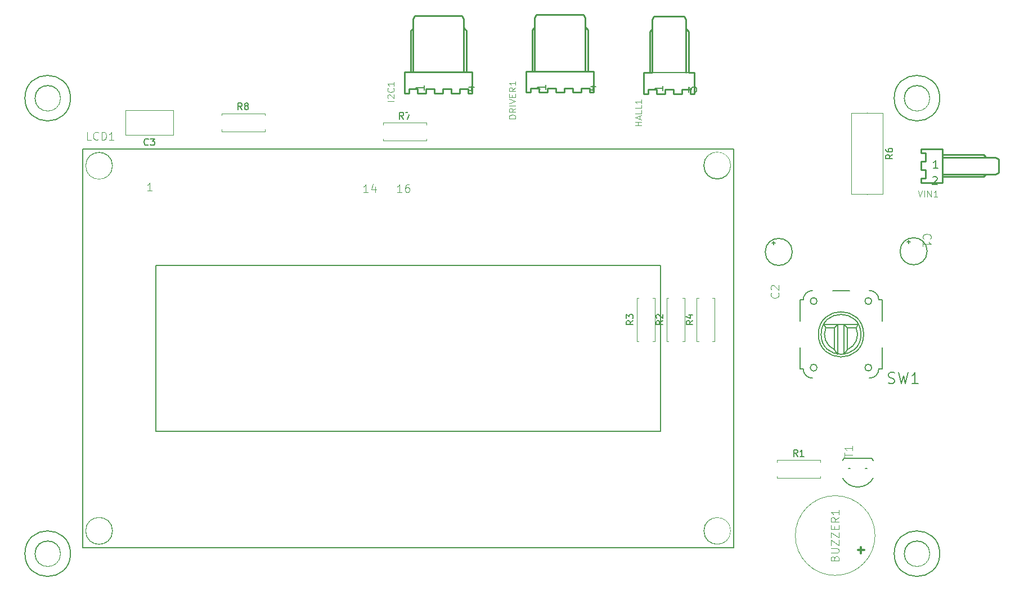
<source format=gto>
G04 #@! TF.GenerationSoftware,KiCad,Pcbnew,5.1.5-52549c5~84~ubuntu18.04.1*
G04 #@! TF.CreationDate,2020-03-20T23:57:41+01:00*
G04 #@! TF.ProjectId,REES,52454553-2e6b-4696-9361-645f70636258,rev?*
G04 #@! TF.SameCoordinates,Original*
G04 #@! TF.FileFunction,Legend,Top*
G04 #@! TF.FilePolarity,Positive*
%FSLAX46Y46*%
G04 Gerber Fmt 4.6, Leading zero omitted, Abs format (unit mm)*
G04 Created by KiCad (PCBNEW 5.1.5-52549c5~84~ubuntu18.04.1) date 2020-03-20 23:57:41*
%MOMM*%
%LPD*%
G04 APERTURE LIST*
%ADD10C,0.304800*%
%ADD11C,0.127000*%
%ADD12C,0.152400*%
%ADD13C,0.254000*%
%ADD14C,0.100000*%
%ADD15C,0.203200*%
%ADD16C,0.120000*%
%ADD17C,0.120650*%
%ADD18C,0.096520*%
%ADD19C,0.177800*%
%ADD20C,0.168910*%
%ADD21C,0.101600*%
%ADD22C,0.150000*%
%ADD23C,2.769000*%
%ADD24C,1.767000*%
%ADD25R,1.767000X1.767000*%
%ADD26O,1.414800X2.727600*%
%ADD27C,1.270400*%
%ADD28O,1.618000X3.134000*%
%ADD29O,3.134000X1.618000*%
%ADD30R,2.502000X2.502000*%
%ADD31C,1.602000*%
%ADD32C,1.211600*%
%ADD33C,1.402000*%
%ADD34C,3.404000*%
%ADD35O,1.719600X3.337200*%
%ADD36C,3.912000*%
%ADD37O,1.880000X3.658000*%
%ADD38C,3.702000*%
%ADD39C,2.502000*%
%ADD40O,2.502000X2.502000*%
%ADD41C,1.702000*%
%ADD42O,1.702000X1.702000*%
G04 APERTURE END LIST*
D10*
X205016190Y-139390714D02*
X205983809Y-139390714D01*
X205500000Y-139874523D02*
X205500000Y-138906904D01*
D11*
X202591400Y-126116800D02*
G75*
G02X202921100Y-125577600I2424208J-1111909D01*
G01*
X203612100Y-127101600D02*
X203880100Y-127101600D01*
X206152100Y-127101600D02*
X206420100Y-127101600D01*
X207111100Y-125577600D02*
G75*
G02X207429600Y-126092700I-2094505J-1651106D01*
G01*
X202603101Y-128364502D02*
G75*
G03X207429100Y-128364500I2412999J1135910D01*
G01*
X207111100Y-125577600D02*
X202921100Y-125577600D01*
D12*
X195143000Y-94500000D02*
G75*
G03X195143000Y-94500000I-2032000J0D01*
G01*
X192349000Y-93357000D02*
X192349000Y-92849000D01*
X192095000Y-93103000D02*
X192603000Y-93103000D01*
X215432000Y-94400000D02*
G75*
G03X215432000Y-94400000I-2032000J0D01*
G01*
X212638000Y-93257000D02*
X212638000Y-92749000D01*
X212384000Y-93003000D02*
X212892000Y-93003000D01*
D13*
X136820000Y-67420000D02*
X136820000Y-70595000D01*
X136820000Y-70595000D02*
X137455000Y-70595000D01*
X137455000Y-70595000D02*
X137455000Y-69960000D01*
X137455000Y-69960000D02*
X138725000Y-69960000D01*
X138725000Y-69960000D02*
X138725000Y-70595000D01*
X138725000Y-70595000D02*
X139995000Y-70595000D01*
X139995000Y-70595000D02*
X139995000Y-69960000D01*
X139995000Y-69960000D02*
X141265000Y-69960000D01*
X141265000Y-69960000D02*
X141265000Y-70595000D01*
X141265000Y-70595000D02*
X142535000Y-70595000D01*
X142535000Y-70595000D02*
X142535000Y-69960000D01*
X142535000Y-69960000D02*
X143805000Y-69960000D01*
X143805000Y-69960000D02*
X143805000Y-70595000D01*
X143805000Y-70595000D02*
X145075000Y-70595000D01*
X145075000Y-70595000D02*
X145075000Y-69960000D01*
X145075000Y-69960000D02*
X146345000Y-69960000D01*
X146345000Y-69960000D02*
X146345000Y-70595000D01*
X146345000Y-70595000D02*
X146980000Y-70595000D01*
X146980000Y-70595000D02*
X146980000Y-67420000D01*
X146980000Y-67420000D02*
X146091000Y-67420000D01*
X146091000Y-67420000D02*
X138090000Y-67420000D01*
X138090000Y-67420000D02*
X136820000Y-67420000D01*
X138090000Y-67420000D02*
X138090000Y-59419000D01*
X138090000Y-59419000D02*
X138344000Y-58911000D01*
X138344000Y-58911000D02*
X141950800Y-58911000D01*
X145710000Y-67420000D02*
X145710000Y-59419000D01*
X145710000Y-59419000D02*
X145456000Y-58911000D01*
X145456000Y-58911000D02*
X141849200Y-58911000D01*
X146091000Y-67420000D02*
X146091000Y-61197000D01*
X146091000Y-61197000D02*
X145760800Y-60841400D01*
X137709000Y-67420000D02*
X137709000Y-61197000D01*
X137709000Y-61197000D02*
X138039200Y-60841400D01*
X156009000Y-61097000D02*
X156339200Y-60741400D01*
X156009000Y-67320000D02*
X156009000Y-61097000D01*
X164391000Y-61097000D02*
X164060800Y-60741400D01*
X164391000Y-67320000D02*
X164391000Y-61097000D01*
X163756000Y-58811000D02*
X160149200Y-58811000D01*
X164010000Y-59319000D02*
X163756000Y-58811000D01*
X164010000Y-67320000D02*
X164010000Y-59319000D01*
X156644000Y-58811000D02*
X160250800Y-58811000D01*
X156390000Y-59319000D02*
X156644000Y-58811000D01*
X156390000Y-67320000D02*
X156390000Y-59319000D01*
X156390000Y-67320000D02*
X155120000Y-67320000D01*
X164391000Y-67320000D02*
X156390000Y-67320000D01*
X165280000Y-67320000D02*
X164391000Y-67320000D01*
X165280000Y-70495000D02*
X165280000Y-67320000D01*
X164645000Y-70495000D02*
X165280000Y-70495000D01*
X164645000Y-69860000D02*
X164645000Y-70495000D01*
X163375000Y-69860000D02*
X164645000Y-69860000D01*
X163375000Y-70495000D02*
X163375000Y-69860000D01*
X162105000Y-70495000D02*
X163375000Y-70495000D01*
X162105000Y-69860000D02*
X162105000Y-70495000D01*
X160835000Y-69860000D02*
X162105000Y-69860000D01*
X160835000Y-70495000D02*
X160835000Y-69860000D01*
X159565000Y-70495000D02*
X160835000Y-70495000D01*
X159565000Y-69860000D02*
X159565000Y-70495000D01*
X158295000Y-69860000D02*
X159565000Y-69860000D01*
X158295000Y-70495000D02*
X158295000Y-69860000D01*
X157025000Y-70495000D02*
X158295000Y-70495000D01*
X157025000Y-69860000D02*
X157025000Y-70495000D01*
X155755000Y-69860000D02*
X157025000Y-69860000D01*
X155755000Y-70495000D02*
X155755000Y-69860000D01*
X155120000Y-70495000D02*
X155755000Y-70495000D01*
X155120000Y-67320000D02*
X155120000Y-70495000D01*
X173679000Y-61297000D02*
X174009200Y-60941400D01*
X173679000Y-67520000D02*
X173679000Y-61297000D01*
X179521000Y-61297000D02*
X179190800Y-60941400D01*
X179521000Y-67520000D02*
X179521000Y-61297000D01*
X178886000Y-59011000D02*
X177819200Y-59011000D01*
X179140000Y-59519000D02*
X178886000Y-59011000D01*
X179140000Y-67520000D02*
X179140000Y-59519000D01*
X174314000Y-59011000D02*
X177920800Y-59011000D01*
X174060000Y-59519000D02*
X174314000Y-59011000D01*
X174060000Y-67520000D02*
X174060000Y-59519000D01*
X174060000Y-67520000D02*
X172790000Y-67520000D01*
D11*
X179521000Y-67520000D02*
X174060000Y-67520000D01*
D13*
X180410000Y-67520000D02*
X179521000Y-67520000D01*
X180410000Y-70695000D02*
X180410000Y-67520000D01*
X179775000Y-70695000D02*
X180410000Y-70695000D01*
X179775000Y-70060000D02*
X179775000Y-70695000D01*
X178505000Y-70060000D02*
X179775000Y-70060000D01*
X178505000Y-70695000D02*
X178505000Y-70060000D01*
X177235000Y-70695000D02*
X178505000Y-70695000D01*
X177235000Y-70060000D02*
X177235000Y-70695000D01*
X175965000Y-70060000D02*
X177235000Y-70060000D01*
X175965000Y-70695000D02*
X175965000Y-70060000D01*
X174695000Y-70695000D02*
X175965000Y-70695000D01*
X174695000Y-70060000D02*
X174695000Y-70695000D01*
X173425000Y-70060000D02*
X174695000Y-70060000D01*
X173425000Y-70695000D02*
X173425000Y-70060000D01*
X172790000Y-70695000D02*
X173425000Y-70695000D01*
X172790000Y-67520000D02*
X172790000Y-70695000D01*
X223939100Y-79857600D02*
X224294700Y-80187800D01*
X217716100Y-79857600D02*
X223939100Y-79857600D01*
X223939100Y-83159600D02*
X224294700Y-82829400D01*
X217716100Y-83159600D02*
X223939100Y-83159600D01*
X226225100Y-81559400D02*
X226225100Y-81457800D01*
X226225100Y-82524600D02*
X226225100Y-81559400D01*
X225717100Y-82778600D02*
X226225100Y-82524600D01*
X217716100Y-82778600D02*
X225717100Y-82778600D01*
X226225100Y-80492600D02*
X226225100Y-81559400D01*
X225717100Y-80238600D02*
X226225100Y-80492600D01*
X217716100Y-80238600D02*
X225717100Y-80238600D01*
X217716100Y-80238600D02*
X217716100Y-78968600D01*
X217716100Y-83159600D02*
X217716100Y-80238600D01*
X217716100Y-84048600D02*
X217716100Y-83159600D01*
X214541100Y-84048600D02*
X217716100Y-84048600D01*
X214541100Y-83413600D02*
X214541100Y-84048600D01*
X215176100Y-83413600D02*
X214541100Y-83413600D01*
X215176100Y-82143600D02*
X215176100Y-83413600D01*
X214541100Y-82143600D02*
X215176100Y-82143600D01*
X214541100Y-80873600D02*
X214541100Y-82143600D01*
X215176100Y-80873600D02*
X214541100Y-80873600D01*
X215176100Y-79603600D02*
X215176100Y-80873600D01*
X214541100Y-79603600D02*
X215176100Y-79603600D01*
X214541100Y-78968600D02*
X214541100Y-79603600D01*
X217716100Y-78968600D02*
X214541100Y-78968600D01*
D12*
X205476100Y-106908600D02*
G75*
G03X205476100Y-106908600I-3000000J0D01*
G01*
X205876100Y-106908600D02*
G75*
G03X205876100Y-106908600I-3400000J0D01*
G01*
X207096100Y-111918600D02*
G75*
G03X207096100Y-111918600I-510000J0D01*
G01*
X207096100Y-101898600D02*
G75*
G03X207096100Y-101898600I-510000J0D01*
G01*
X198876100Y-101898600D02*
G75*
G03X198876100Y-101898600I-510000J0D01*
G01*
X198876100Y-111918600D02*
G75*
G03X198876100Y-111918600I-510000J0D01*
G01*
X200191401Y-105918599D02*
G75*
G03X201516100Y-109206100I2277600J-992885D01*
G01*
X201516100Y-109206100D02*
X202026100Y-109874700D01*
X201516100Y-105918600D02*
X201516100Y-109206100D01*
X200191400Y-105918600D02*
X199878000Y-105408600D01*
X201516100Y-105918600D02*
X200191400Y-105918600D01*
X202026100Y-105408600D02*
X201516100Y-105918600D01*
X204760801Y-105918599D02*
G75*
G02X203436100Y-109206100I-2277701J-992844D01*
G01*
X203436100Y-109206100D02*
X202926100Y-109874700D01*
X203436100Y-105918600D02*
X203436100Y-109206100D01*
X204760800Y-105918600D02*
X205074200Y-105408600D01*
X203436100Y-105918600D02*
X204760800Y-105918600D01*
X202926100Y-105408600D02*
X203436100Y-105918600D01*
X202926100Y-105408600D02*
X202926100Y-109874700D01*
X202026100Y-105408600D02*
X202031100Y-109875400D01*
X202926100Y-105408600D02*
X205074200Y-105408600D01*
X202026100Y-105408600D02*
X202926100Y-105408600D01*
X199878000Y-105408600D02*
X202026100Y-105408600D01*
X201196100Y-100308600D02*
X203756100Y-100308600D01*
X208676100Y-108908600D02*
X208676100Y-112098600D01*
X208676100Y-101718600D02*
X208676100Y-104908600D01*
X208676100Y-112098600D02*
X208166100Y-112098600D01*
X208166100Y-101718600D02*
X208676100Y-101718600D01*
X196276100Y-108908600D02*
X196276100Y-112098600D01*
X196276100Y-101718600D02*
X196276100Y-104908600D01*
X206756100Y-113508600D02*
G75*
G03X208166100Y-112098600I0J1410000D01*
G01*
X208166100Y-101718600D02*
G75*
G03X206756100Y-100308600I-1410000J0D01*
G01*
X198196100Y-113508600D02*
G75*
G02X196786100Y-112098600I0J1410000D01*
G01*
X196276100Y-112098600D02*
X196786100Y-112098600D01*
X196786100Y-101718600D02*
X196276100Y-101718600D01*
X196786100Y-101718600D02*
G75*
G02X198196100Y-100308600I1410000J0D01*
G01*
D14*
X201600002Y-143200000D02*
G75*
G02X201600000Y-131200000I-1J6000000D01*
G01*
X201600000Y-131200000D02*
X201600000Y-131200000D01*
X201600000Y-131200000D02*
G75*
G02X201600000Y-143200000I0J-6000000D01*
G01*
X201600000Y-143200000D02*
X201600000Y-143200000D01*
D11*
X185831500Y-81514200D02*
G75*
G03X185831500Y-81514200I-1993900J0D01*
G01*
X185806100Y-136505200D02*
G75*
G03X185806100Y-136505200I-1968500J0D01*
G01*
X92829400Y-136505200D02*
G75*
G03X92829400Y-136505200I-1993900J0D01*
G01*
X92816700Y-81514200D02*
G75*
G03X92816700Y-81514200I-1981200J0D01*
G01*
X175333600Y-121507100D02*
X175333600Y-96507100D01*
X99333600Y-121507100D02*
X175333600Y-121507100D01*
X99333600Y-96507100D02*
X99333600Y-121507100D01*
X175333600Y-96507100D02*
X175333600Y-98007100D01*
X99333600Y-96507100D02*
X175333600Y-96507100D01*
X88333600Y-79007100D02*
X88333600Y-139007100D01*
X186333600Y-79007100D02*
X88333600Y-79007100D01*
X186333600Y-139007100D02*
X186333600Y-79007100D01*
X88333600Y-139007100D02*
X186333600Y-139007100D01*
D15*
X84996100Y-71348600D02*
G75*
G03X84996100Y-71348600I-1900000J0D01*
G01*
D12*
X86525100Y-71348600D02*
G75*
G03X86525100Y-71348600I-3429000J0D01*
G01*
D15*
X84996100Y-139928600D02*
G75*
G03X84996100Y-139928600I-1900000J0D01*
G01*
D12*
X86525100Y-139928600D02*
G75*
G03X86525100Y-139928600I-3429000J0D01*
G01*
D15*
X215806100Y-139928600D02*
G75*
G03X215806100Y-139928600I-1900000J0D01*
G01*
D12*
X217335100Y-139928600D02*
G75*
G03X217335100Y-139928600I-3429000J0D01*
G01*
D15*
X215806100Y-71348600D02*
G75*
G03X215806100Y-71348600I-1900000J0D01*
G01*
D12*
X217335100Y-71348600D02*
G75*
G03X217335100Y-71348600I-3429000J0D01*
G01*
D16*
X208770000Y-73610000D02*
X204030000Y-73610000D01*
X204030000Y-73610000D02*
X204030000Y-85750000D01*
X204030000Y-85750000D02*
X208770000Y-85750000D01*
X208770000Y-85750000D02*
X208770000Y-73610000D01*
X206400000Y-73500000D02*
X206400000Y-73610000D01*
X206400000Y-85860000D02*
X206400000Y-85750000D01*
X94780000Y-76870000D02*
X94780000Y-73130000D01*
X102020000Y-76870000D02*
X102020000Y-73130000D01*
X102020000Y-73130000D02*
X94780000Y-73130000D01*
X102020000Y-76870000D02*
X94780000Y-76870000D01*
X133540000Y-75360000D02*
X133540000Y-75030000D01*
X133540000Y-75030000D02*
X140080000Y-75030000D01*
X140080000Y-75030000D02*
X140080000Y-75360000D01*
X133540000Y-77440000D02*
X133540000Y-77770000D01*
X133540000Y-77770000D02*
X140080000Y-77770000D01*
X140080000Y-77770000D02*
X140080000Y-77440000D01*
X199380000Y-128570000D02*
X199380000Y-128240000D01*
X192840000Y-128570000D02*
X199380000Y-128570000D01*
X192840000Y-128240000D02*
X192840000Y-128570000D01*
X199380000Y-125830000D02*
X199380000Y-126160000D01*
X192840000Y-125830000D02*
X199380000Y-125830000D01*
X192840000Y-126160000D02*
X192840000Y-125830000D01*
X176544100Y-107960000D02*
X176214100Y-107960000D01*
X176214100Y-107960000D02*
X176214100Y-101420000D01*
X176214100Y-101420000D02*
X176544100Y-101420000D01*
X178624100Y-107960000D02*
X178954100Y-107960000D01*
X178954100Y-107960000D02*
X178954100Y-101420000D01*
X178954100Y-101420000D02*
X178624100Y-101420000D01*
X174470000Y-101420000D02*
X174140000Y-101420000D01*
X174470000Y-107960000D02*
X174470000Y-101420000D01*
X174140000Y-107960000D02*
X174470000Y-107960000D01*
X171730000Y-101420000D02*
X172060000Y-101420000D01*
X171730000Y-107960000D02*
X171730000Y-101420000D01*
X172060000Y-107960000D02*
X171730000Y-107960000D01*
X181060000Y-107960000D02*
X180730000Y-107960000D01*
X180730000Y-107960000D02*
X180730000Y-101420000D01*
X180730000Y-101420000D02*
X181060000Y-101420000D01*
X183140000Y-107960000D02*
X183470000Y-107960000D01*
X183470000Y-107960000D02*
X183470000Y-101420000D01*
X183470000Y-101420000D02*
X183140000Y-101420000D01*
X109240000Y-73960000D02*
X109240000Y-73630000D01*
X109240000Y-73630000D02*
X115780000Y-73630000D01*
X115780000Y-73630000D02*
X115780000Y-73960000D01*
X109240000Y-76040000D02*
X109240000Y-76370000D01*
X109240000Y-76370000D02*
X115780000Y-76370000D01*
X115780000Y-76370000D02*
X115780000Y-76040000D01*
D17*
X202990147Y-125450403D02*
X202990147Y-124760974D01*
X204196647Y-125105689D02*
X202990147Y-125105689D01*
X204196647Y-123726832D02*
X204196647Y-124416260D01*
X204196647Y-124071546D02*
X202990147Y-124071546D01*
X203162504Y-124186451D01*
X203277409Y-124301355D01*
X203334861Y-124416260D01*
X193014842Y-100656279D02*
X193072295Y-100713732D01*
X193129747Y-100886089D01*
X193129747Y-101000993D01*
X193072295Y-101173351D01*
X192957390Y-101288255D01*
X192842485Y-101345708D01*
X192612676Y-101403160D01*
X192440319Y-101403160D01*
X192210509Y-101345708D01*
X192095604Y-101288255D01*
X191980700Y-101173351D01*
X191923247Y-101000993D01*
X191923247Y-100886089D01*
X191980700Y-100713732D01*
X192038152Y-100656279D01*
X192038152Y-100196660D02*
X191980700Y-100139208D01*
X191923247Y-100024303D01*
X191923247Y-99737041D01*
X191980700Y-99622136D01*
X192038152Y-99564684D01*
X192153057Y-99507232D01*
X192267961Y-99507232D01*
X192440319Y-99564684D01*
X193129747Y-100254112D01*
X193129747Y-99507232D01*
X214918557Y-92534112D02*
X214861104Y-92476660D01*
X214803652Y-92304303D01*
X214803652Y-92189398D01*
X214861104Y-92017041D01*
X214976009Y-91902136D01*
X215090914Y-91844684D01*
X215320723Y-91787232D01*
X215493080Y-91787232D01*
X215722890Y-91844684D01*
X215837795Y-91902136D01*
X215952700Y-92017041D01*
X216010152Y-92189398D01*
X216010152Y-92304303D01*
X215952700Y-92476660D01*
X215895247Y-92534112D01*
X214803652Y-93683160D02*
X214803652Y-92993732D01*
X214803652Y-93338446D02*
X216010152Y-93338446D01*
X215837795Y-93223541D01*
X215722890Y-93108636D01*
X215665438Y-92993732D01*
D18*
X135199238Y-71786223D02*
X134234038Y-71786223D01*
X134325961Y-71372566D02*
X134280000Y-71326604D01*
X134234038Y-71234680D01*
X134234038Y-71004871D01*
X134280000Y-70912947D01*
X134325961Y-70866985D01*
X134417885Y-70821023D01*
X134509809Y-70821023D01*
X134647695Y-70866985D01*
X135199238Y-71418528D01*
X135199238Y-70821023D01*
X135107314Y-69855823D02*
X135153276Y-69901785D01*
X135199238Y-70039671D01*
X135199238Y-70131595D01*
X135153276Y-70269480D01*
X135061352Y-70361404D01*
X134969428Y-70407366D01*
X134785580Y-70453328D01*
X134647695Y-70453328D01*
X134463847Y-70407366D01*
X134371923Y-70361404D01*
X134280000Y-70269480D01*
X134234038Y-70131595D01*
X134234038Y-70039671D01*
X134280000Y-69901785D01*
X134325961Y-69855823D01*
X135199238Y-68936585D02*
X135199238Y-69488128D01*
X135199238Y-69212357D02*
X134234038Y-69212357D01*
X134371923Y-69304280D01*
X134463847Y-69396204D01*
X134509809Y-69488128D01*
D19*
X139723147Y-69443279D02*
X139723147Y-70132708D01*
X139723147Y-69787993D02*
X138516647Y-69787993D01*
X138689004Y-69902898D01*
X138803909Y-70017803D01*
X138861361Y-70132708D01*
X146488014Y-69685184D02*
X147292347Y-69685184D01*
X146028395Y-69972446D02*
X146890180Y-70259708D01*
X146890180Y-69512827D01*
D18*
X153499238Y-74397976D02*
X152534038Y-74397976D01*
X152534038Y-74168166D01*
X152580000Y-74030280D01*
X152671923Y-73938357D01*
X152763847Y-73892395D01*
X152947695Y-73846433D01*
X153085580Y-73846433D01*
X153269428Y-73892395D01*
X153361352Y-73938357D01*
X153453276Y-74030280D01*
X153499238Y-74168166D01*
X153499238Y-74397976D01*
X153499238Y-72881233D02*
X153039619Y-73202966D01*
X153499238Y-73432776D02*
X152534038Y-73432776D01*
X152534038Y-73065080D01*
X152580000Y-72973157D01*
X152625961Y-72927195D01*
X152717885Y-72881233D01*
X152855771Y-72881233D01*
X152947695Y-72927195D01*
X152993657Y-72973157D01*
X153039619Y-73065080D01*
X153039619Y-73432776D01*
X153499238Y-72467576D02*
X152534038Y-72467576D01*
X152534038Y-72145842D02*
X153499238Y-71824109D01*
X152534038Y-71502376D01*
X152993657Y-71180642D02*
X152993657Y-70858909D01*
X153499238Y-70721023D02*
X153499238Y-71180642D01*
X152534038Y-71180642D01*
X152534038Y-70721023D01*
X153499238Y-69755823D02*
X153039619Y-70077557D01*
X153499238Y-70307366D02*
X152534038Y-70307366D01*
X152534038Y-69939671D01*
X152580000Y-69847747D01*
X152625961Y-69801785D01*
X152717885Y-69755823D01*
X152855771Y-69755823D01*
X152947695Y-69801785D01*
X152993657Y-69847747D01*
X153039619Y-69939671D01*
X153039619Y-70307366D01*
X153499238Y-68836585D02*
X153499238Y-69388128D01*
X153499238Y-69112357D02*
X152534038Y-69112357D01*
X152671923Y-69204280D01*
X152763847Y-69296204D01*
X152809809Y-69388128D01*
D19*
X164788014Y-69585184D02*
X165592347Y-69585184D01*
X164328395Y-69872446D02*
X165190180Y-70159708D01*
X165190180Y-69412827D01*
X158023147Y-69343279D02*
X158023147Y-70032708D01*
X158023147Y-69687993D02*
X156816647Y-69687993D01*
X156989004Y-69802898D01*
X157103909Y-69917803D01*
X157161361Y-70032708D01*
D18*
X172439238Y-75483347D02*
X171474038Y-75483347D01*
X171933657Y-75483347D02*
X171933657Y-74931804D01*
X172439238Y-74931804D02*
X171474038Y-74931804D01*
X172163466Y-74518147D02*
X172163466Y-74058528D01*
X172439238Y-74610071D02*
X171474038Y-74288338D01*
X172439238Y-73966604D01*
X172439238Y-73185252D02*
X172439238Y-73644871D01*
X171474038Y-73644871D01*
X172439238Y-72403899D02*
X172439238Y-72863518D01*
X171474038Y-72863518D01*
X172439238Y-71576585D02*
X172439238Y-72128128D01*
X172439238Y-71852357D02*
X171474038Y-71852357D01*
X171611923Y-71944280D01*
X171703847Y-72036204D01*
X171749809Y-72128128D01*
D19*
X179515847Y-70417160D02*
X179515847Y-69670279D01*
X179975466Y-70072446D01*
X179975466Y-69900089D01*
X180032919Y-69785184D01*
X180090371Y-69727731D01*
X180205276Y-69670279D01*
X180492538Y-69670279D01*
X180607442Y-69727731D01*
X180664895Y-69785184D01*
X180722347Y-69900089D01*
X180722347Y-70244803D01*
X180664895Y-70359708D01*
X180607442Y-70417160D01*
X175693147Y-69543279D02*
X175693147Y-70232708D01*
X175693147Y-69887993D02*
X174486647Y-69887993D01*
X174659004Y-70002898D01*
X174773909Y-70117803D01*
X174831361Y-70232708D01*
D18*
X214060761Y-85272638D02*
X214382495Y-86237838D01*
X214704228Y-85272638D01*
X215025961Y-86237838D02*
X215025961Y-85272638D01*
X215485580Y-86237838D02*
X215485580Y-85272638D01*
X216037123Y-86237838D01*
X216037123Y-85272638D01*
X217002323Y-86237838D02*
X216450780Y-86237838D01*
X216726552Y-86237838D02*
X216726552Y-85272638D01*
X216634628Y-85410523D01*
X216542704Y-85502447D01*
X216450780Y-85548409D01*
D19*
X216256579Y-83269352D02*
X216314031Y-83211900D01*
X216428936Y-83154447D01*
X216716198Y-83154447D01*
X216831103Y-83211900D01*
X216888555Y-83269352D01*
X216946008Y-83384257D01*
X216946008Y-83499161D01*
X216888555Y-83671519D01*
X216199127Y-84360947D01*
X216946008Y-84360947D01*
X217073008Y-81871747D02*
X216383579Y-81871747D01*
X216728293Y-81871747D02*
X216728293Y-80665247D01*
X216613389Y-80837604D01*
X216498484Y-80952509D01*
X216383579Y-81009961D01*
D20*
X209607624Y-114257733D02*
X209848924Y-114338166D01*
X210251091Y-114338166D01*
X210411958Y-114257733D01*
X210492391Y-114177300D01*
X210572824Y-114016433D01*
X210572824Y-113855566D01*
X210492391Y-113694700D01*
X210411958Y-113614266D01*
X210251091Y-113533833D01*
X209929358Y-113453400D01*
X209768491Y-113372966D01*
X209688058Y-113292533D01*
X209607624Y-113131666D01*
X209607624Y-112970800D01*
X209688058Y-112809933D01*
X209768491Y-112729500D01*
X209929358Y-112649066D01*
X210331524Y-112649066D01*
X210572824Y-112729500D01*
X211135858Y-112649066D02*
X211538024Y-114338166D01*
X211859758Y-113131666D01*
X212181491Y-114338166D01*
X212583658Y-112649066D01*
X214111891Y-114338166D02*
X213146691Y-114338166D01*
X213629291Y-114338166D02*
X213629291Y-112649066D01*
X213468424Y-112890366D01*
X213307558Y-113051233D01*
X213146691Y-113131666D01*
D18*
X201513821Y-140618416D02*
X201571273Y-140446059D01*
X201628726Y-140388607D01*
X201743630Y-140331154D01*
X201915988Y-140331154D01*
X202030892Y-140388607D01*
X202088345Y-140446059D01*
X202145797Y-140560964D01*
X202145797Y-141020583D01*
X200939297Y-141020583D01*
X200939297Y-140618416D01*
X200996750Y-140503511D01*
X201054202Y-140446059D01*
X201169107Y-140388607D01*
X201284011Y-140388607D01*
X201398916Y-140446059D01*
X201456369Y-140503511D01*
X201513821Y-140618416D01*
X201513821Y-141020583D01*
X200939297Y-139814083D02*
X201915988Y-139814083D01*
X202030892Y-139756630D01*
X202088345Y-139699178D01*
X202145797Y-139584273D01*
X202145797Y-139354464D01*
X202088345Y-139239559D01*
X202030892Y-139182107D01*
X201915988Y-139124654D01*
X200939297Y-139124654D01*
X200939297Y-138665035D02*
X200939297Y-137860702D01*
X202145797Y-138665035D01*
X202145797Y-137860702D01*
X200939297Y-137515988D02*
X200939297Y-136711654D01*
X202145797Y-137515988D01*
X202145797Y-136711654D01*
X201513821Y-136252035D02*
X201513821Y-135849869D01*
X202145797Y-135677511D02*
X202145797Y-136252035D01*
X200939297Y-136252035D01*
X200939297Y-135677511D01*
X202145797Y-134471011D02*
X201571273Y-134873178D01*
X202145797Y-135160440D02*
X200939297Y-135160440D01*
X200939297Y-134700821D01*
X200996750Y-134585916D01*
X201054202Y-134528464D01*
X201169107Y-134471011D01*
X201341464Y-134471011D01*
X201456369Y-134528464D01*
X201513821Y-134585916D01*
X201571273Y-134700821D01*
X201571273Y-135160440D01*
X202145797Y-133321964D02*
X202145797Y-134011392D01*
X202145797Y-133666678D02*
X200939297Y-133666678D01*
X201111654Y-133781583D01*
X201226559Y-133896488D01*
X201284011Y-134011392D01*
X89613723Y-77634047D02*
X89039199Y-77634047D01*
X89039199Y-76427547D01*
X90705318Y-77519142D02*
X90647866Y-77576595D01*
X90475509Y-77634047D01*
X90360604Y-77634047D01*
X90188247Y-77576595D01*
X90073342Y-77461690D01*
X90015890Y-77346785D01*
X89958438Y-77116976D01*
X89958438Y-76944619D01*
X90015890Y-76714809D01*
X90073342Y-76599904D01*
X90188247Y-76485000D01*
X90360604Y-76427547D01*
X90475509Y-76427547D01*
X90647866Y-76485000D01*
X90705318Y-76542452D01*
X91222390Y-77634047D02*
X91222390Y-76427547D01*
X91509652Y-76427547D01*
X91682009Y-76485000D01*
X91796914Y-76599904D01*
X91854366Y-76714809D01*
X91911818Y-76944619D01*
X91911818Y-77116976D01*
X91854366Y-77346785D01*
X91796914Y-77461690D01*
X91682009Y-77576595D01*
X91509652Y-77634047D01*
X91222390Y-77634047D01*
X93060866Y-77634047D02*
X92371438Y-77634047D01*
X92716152Y-77634047D02*
X92716152Y-76427547D01*
X92601247Y-76599904D01*
X92486342Y-76714809D01*
X92371438Y-76772261D01*
D21*
X136410478Y-85508047D02*
X135721049Y-85508047D01*
X136065763Y-85508047D02*
X136065763Y-84301547D01*
X135950859Y-84473904D01*
X135835954Y-84588809D01*
X135721049Y-84646261D01*
X137444620Y-84301547D02*
X137214811Y-84301547D01*
X137099906Y-84359000D01*
X137042454Y-84416452D01*
X136927549Y-84588809D01*
X136870097Y-84818619D01*
X136870097Y-85278238D01*
X136927549Y-85393142D01*
X136985001Y-85450595D01*
X137099906Y-85508047D01*
X137329716Y-85508047D01*
X137444620Y-85450595D01*
X137502073Y-85393142D01*
X137559525Y-85278238D01*
X137559525Y-84990976D01*
X137502073Y-84876071D01*
X137444620Y-84818619D01*
X137329716Y-84761166D01*
X137099906Y-84761166D01*
X136985001Y-84818619D01*
X136927549Y-84876071D01*
X136870097Y-84990976D01*
X131330478Y-85508047D02*
X130641049Y-85508047D01*
X130985763Y-85508047D02*
X130985763Y-84301547D01*
X130870859Y-84473904D01*
X130755954Y-84588809D01*
X130641049Y-84646261D01*
X132364620Y-84703714D02*
X132364620Y-85508047D01*
X132077359Y-84244095D02*
X131790097Y-85105880D01*
X132536978Y-85105880D01*
X98818478Y-85254047D02*
X98129049Y-85254047D01*
X98473763Y-85254047D02*
X98473763Y-84047547D01*
X98358859Y-84219904D01*
X98243954Y-84334809D01*
X98129049Y-84392261D01*
D22*
X210222380Y-79846666D02*
X209746190Y-80180000D01*
X210222380Y-80418095D02*
X209222380Y-80418095D01*
X209222380Y-80037142D01*
X209270000Y-79941904D01*
X209317619Y-79894285D01*
X209412857Y-79846666D01*
X209555714Y-79846666D01*
X209650952Y-79894285D01*
X209698571Y-79941904D01*
X209746190Y-80037142D01*
X209746190Y-80418095D01*
X209222380Y-78989523D02*
X209222380Y-79180000D01*
X209270000Y-79275238D01*
X209317619Y-79322857D01*
X209460476Y-79418095D01*
X209650952Y-79465714D01*
X210031904Y-79465714D01*
X210127142Y-79418095D01*
X210174761Y-79370476D01*
X210222380Y-79275238D01*
X210222380Y-79084761D01*
X210174761Y-78989523D01*
X210127142Y-78941904D01*
X210031904Y-78894285D01*
X209793809Y-78894285D01*
X209698571Y-78941904D01*
X209650952Y-78989523D01*
X209603333Y-79084761D01*
X209603333Y-79275238D01*
X209650952Y-79370476D01*
X209698571Y-79418095D01*
X209793809Y-79465714D01*
X98233333Y-78357142D02*
X98185714Y-78404761D01*
X98042857Y-78452380D01*
X97947619Y-78452380D01*
X97804761Y-78404761D01*
X97709523Y-78309523D01*
X97661904Y-78214285D01*
X97614285Y-78023809D01*
X97614285Y-77880952D01*
X97661904Y-77690476D01*
X97709523Y-77595238D01*
X97804761Y-77500000D01*
X97947619Y-77452380D01*
X98042857Y-77452380D01*
X98185714Y-77500000D01*
X98233333Y-77547619D01*
X98566666Y-77452380D02*
X99185714Y-77452380D01*
X98852380Y-77833333D01*
X98995238Y-77833333D01*
X99090476Y-77880952D01*
X99138095Y-77928571D01*
X99185714Y-78023809D01*
X99185714Y-78261904D01*
X99138095Y-78357142D01*
X99090476Y-78404761D01*
X98995238Y-78452380D01*
X98709523Y-78452380D01*
X98614285Y-78404761D01*
X98566666Y-78357142D01*
X136643333Y-74482380D02*
X136310000Y-74006190D01*
X136071904Y-74482380D02*
X136071904Y-73482380D01*
X136452857Y-73482380D01*
X136548095Y-73530000D01*
X136595714Y-73577619D01*
X136643333Y-73672857D01*
X136643333Y-73815714D01*
X136595714Y-73910952D01*
X136548095Y-73958571D01*
X136452857Y-74006190D01*
X136071904Y-74006190D01*
X136976666Y-73482380D02*
X137643333Y-73482380D01*
X137214761Y-74482380D01*
X195943333Y-125282380D02*
X195610000Y-124806190D01*
X195371904Y-125282380D02*
X195371904Y-124282380D01*
X195752857Y-124282380D01*
X195848095Y-124330000D01*
X195895714Y-124377619D01*
X195943333Y-124472857D01*
X195943333Y-124615714D01*
X195895714Y-124710952D01*
X195848095Y-124758571D01*
X195752857Y-124806190D01*
X195371904Y-124806190D01*
X196895714Y-125282380D02*
X196324285Y-125282380D01*
X196610000Y-125282380D02*
X196610000Y-124282380D01*
X196514761Y-124425238D01*
X196419523Y-124520476D01*
X196324285Y-124568095D01*
X175666480Y-104856666D02*
X175190290Y-105190000D01*
X175666480Y-105428095D02*
X174666480Y-105428095D01*
X174666480Y-105047142D01*
X174714100Y-104951904D01*
X174761719Y-104904285D01*
X174856957Y-104856666D01*
X174999814Y-104856666D01*
X175095052Y-104904285D01*
X175142671Y-104951904D01*
X175190290Y-105047142D01*
X175190290Y-105428095D01*
X174761719Y-104475714D02*
X174714100Y-104428095D01*
X174666480Y-104332857D01*
X174666480Y-104094761D01*
X174714100Y-103999523D01*
X174761719Y-103951904D01*
X174856957Y-103904285D01*
X174952195Y-103904285D01*
X175095052Y-103951904D01*
X175666480Y-104523333D01*
X175666480Y-103904285D01*
X171182380Y-104856666D02*
X170706190Y-105190000D01*
X171182380Y-105428095D02*
X170182380Y-105428095D01*
X170182380Y-105047142D01*
X170230000Y-104951904D01*
X170277619Y-104904285D01*
X170372857Y-104856666D01*
X170515714Y-104856666D01*
X170610952Y-104904285D01*
X170658571Y-104951904D01*
X170706190Y-105047142D01*
X170706190Y-105428095D01*
X170182380Y-104523333D02*
X170182380Y-103904285D01*
X170563333Y-104237619D01*
X170563333Y-104094761D01*
X170610952Y-103999523D01*
X170658571Y-103951904D01*
X170753809Y-103904285D01*
X170991904Y-103904285D01*
X171087142Y-103951904D01*
X171134761Y-103999523D01*
X171182380Y-104094761D01*
X171182380Y-104380476D01*
X171134761Y-104475714D01*
X171087142Y-104523333D01*
X180182380Y-104856666D02*
X179706190Y-105190000D01*
X180182380Y-105428095D02*
X179182380Y-105428095D01*
X179182380Y-105047142D01*
X179230000Y-104951904D01*
X179277619Y-104904285D01*
X179372857Y-104856666D01*
X179515714Y-104856666D01*
X179610952Y-104904285D01*
X179658571Y-104951904D01*
X179706190Y-105047142D01*
X179706190Y-105428095D01*
X179515714Y-103999523D02*
X180182380Y-103999523D01*
X179134761Y-104237619D02*
X179849047Y-104475714D01*
X179849047Y-103856666D01*
X112343333Y-73082380D02*
X112010000Y-72606190D01*
X111771904Y-73082380D02*
X111771904Y-72082380D01*
X112152857Y-72082380D01*
X112248095Y-72130000D01*
X112295714Y-72177619D01*
X112343333Y-72272857D01*
X112343333Y-72415714D01*
X112295714Y-72510952D01*
X112248095Y-72558571D01*
X112152857Y-72606190D01*
X111771904Y-72606190D01*
X112914761Y-72510952D02*
X112819523Y-72463333D01*
X112771904Y-72415714D01*
X112724285Y-72320476D01*
X112724285Y-72272857D01*
X112771904Y-72177619D01*
X112819523Y-72130000D01*
X112914761Y-72082380D01*
X113105238Y-72082380D01*
X113200476Y-72130000D01*
X113248095Y-72177619D01*
X113295714Y-72272857D01*
X113295714Y-72320476D01*
X113248095Y-72415714D01*
X113200476Y-72463333D01*
X113105238Y-72510952D01*
X112914761Y-72510952D01*
X112819523Y-72558571D01*
X112771904Y-72606190D01*
X112724285Y-72701428D01*
X112724285Y-72891904D01*
X112771904Y-72987142D01*
X112819523Y-73034761D01*
X112914761Y-73082380D01*
X113105238Y-73082380D01*
X113200476Y-73034761D01*
X113248095Y-72987142D01*
X113295714Y-72891904D01*
X113295714Y-72701428D01*
X113248095Y-72606190D01*
X113200476Y-72558571D01*
X113105238Y-72510952D01*
%LPC*%
D23*
X156756100Y-101828600D03*
X116116100Y-101828600D03*
X116116100Y-117068600D03*
X156756100Y-117068600D03*
D24*
X118656100Y-101828600D03*
X121196100Y-101828600D03*
X123736100Y-101828600D03*
X126276100Y-101828600D03*
X128816100Y-101828600D03*
X131356100Y-101828600D03*
X133896100Y-101828600D03*
X136436100Y-101828600D03*
X138976100Y-101828600D03*
X141516100Y-101828600D03*
X144056100Y-101828600D03*
X146596100Y-101828600D03*
X149136100Y-101828600D03*
X151676100Y-101828600D03*
X154216100Y-101828600D03*
X118656100Y-117068600D03*
X121196100Y-117068600D03*
X123736100Y-117068600D03*
X126276100Y-117068600D03*
X128816100Y-117068600D03*
X131356100Y-117068600D03*
X133896100Y-117068600D03*
X136436100Y-117068600D03*
X138976100Y-117068600D03*
X141516100Y-117068600D03*
X144056100Y-117068600D03*
X146596100Y-117068600D03*
X149136100Y-117068600D03*
X151676100Y-117068600D03*
D25*
X154216100Y-117068600D03*
D26*
X202476100Y-127228600D03*
X207556100Y-127228600D03*
X205016100Y-127228600D03*
D27*
X192222000Y-94500000D03*
X194000000Y-94500000D03*
X212511000Y-94400000D03*
X214289000Y-94400000D03*
D28*
X138090000Y-72500000D03*
X140630000Y-72500000D03*
X143170000Y-72500000D03*
X145710000Y-72500000D03*
X164010000Y-72400000D03*
X161470000Y-72400000D03*
X158930000Y-72400000D03*
X156390000Y-72400000D03*
X179140000Y-72600000D03*
X176600000Y-72600000D03*
X174060000Y-72600000D03*
D29*
X212636100Y-82778600D03*
X212636100Y-80238600D03*
D30*
X209076100Y-106908600D03*
X195876100Y-106908600D03*
D31*
X204976100Y-114408600D03*
X202476100Y-114408600D03*
X199976100Y-114408600D03*
X204976100Y-99908600D03*
X199976100Y-99908600D03*
D32*
X100876100Y-92684600D03*
X103416100Y-95224600D03*
X105956100Y-92684600D03*
D33*
X197800000Y-137200000D03*
X205400000Y-137200000D03*
D34*
X194856100Y-74142600D03*
D35*
X192316100Y-89128600D03*
X194856100Y-89128600D03*
X197396100Y-89128600D03*
D36*
X183841200Y-81501500D03*
X183851200Y-136501500D03*
X90841200Y-136501500D03*
X90831200Y-81511500D03*
D37*
X136428500Y-81501500D03*
X133888500Y-81501500D03*
X131348500Y-81501500D03*
X128808500Y-81501500D03*
X126268500Y-81501500D03*
X123728500Y-81501500D03*
X121188500Y-81501500D03*
X118648500Y-81501500D03*
X116108500Y-81501500D03*
X113568500Y-81501500D03*
X111028500Y-81501500D03*
X108488500Y-81501500D03*
X105948500Y-81501500D03*
X103408500Y-81501500D03*
X100868500Y-81501500D03*
X98328500Y-81501500D03*
D38*
X83096100Y-71348600D03*
X83096100Y-139928600D03*
X213906100Y-139928600D03*
X213906100Y-71348600D03*
D39*
X206400000Y-72060000D03*
D40*
X206400000Y-87300000D03*
D41*
X95900000Y-75000000D03*
X100900000Y-75000000D03*
X133000000Y-76400000D03*
D42*
X140620000Y-76400000D03*
X199920000Y-127200000D03*
D41*
X192300000Y-127200000D03*
X177584100Y-108500000D03*
D42*
X177584100Y-100880000D03*
X173100000Y-100880000D03*
D41*
X173100000Y-108500000D03*
X182100000Y-108500000D03*
D42*
X182100000Y-100880000D03*
D41*
X108700000Y-75000000D03*
D42*
X116320000Y-75000000D03*
M02*

</source>
